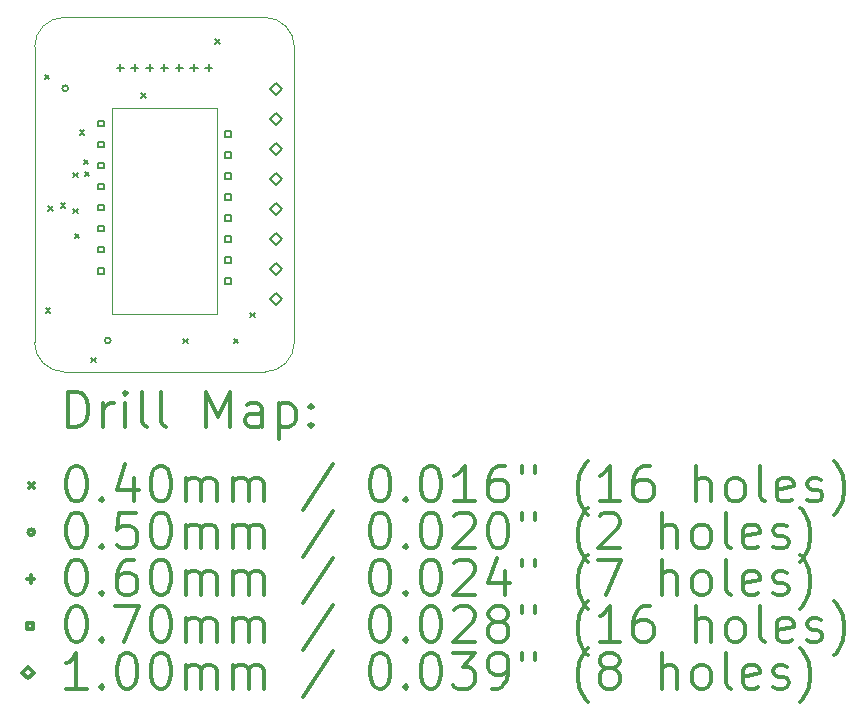
<source format=gbr>
%FSLAX45Y45*%
G04 Gerber Fmt 4.5, Leading zero omitted, Abs format (unit mm)*
G04 Created by KiCad (PCBNEW (5.1.5)-3) date 2021-07-20 23:36:56*
%MOMM*%
%LPD*%
G04 APERTURE LIST*
%TA.AperFunction,Profile*%
%ADD10C,0.050000*%
%TD*%
%ADD11C,0.200000*%
%ADD12C,0.300000*%
G04 APERTURE END LIST*
D10*
X1545000Y-2515000D02*
X1545000Y-765000D01*
X655000Y-765000D02*
X655000Y-2515000D01*
X250000Y0D02*
X1950000Y0D01*
X0Y-2750000D02*
X0Y-250000D01*
X250000Y-3000000D02*
X1950000Y-3000000D01*
X2200000Y-250000D02*
X2200000Y-2750000D01*
X2200000Y-2750000D02*
G75*
G02X1950000Y-3000000I-250000J0D01*
G01*
X250000Y-3000000D02*
G75*
G02X0Y-2750000I0J250000D01*
G01*
X0Y-250000D02*
G75*
G02X250000Y0I250000J0D01*
G01*
X1950000Y0D02*
G75*
G02X2200000Y-250000I0J-250000D01*
G01*
X655000Y-2515000D02*
X1545000Y-2515000D01*
X1545000Y-765000D02*
X655000Y-765000D01*
D11*
X85000Y-485000D02*
X125000Y-525000D01*
X125000Y-485000D02*
X85000Y-525000D01*
X95000Y-2460000D02*
X135000Y-2500000D01*
X135000Y-2460000D02*
X95000Y-2500000D01*
X115000Y-1600000D02*
X155000Y-1640000D01*
X155000Y-1600000D02*
X115000Y-1640000D01*
X220000Y-1570000D02*
X260000Y-1610000D01*
X260000Y-1570000D02*
X220000Y-1610000D01*
X325000Y-1315000D02*
X365000Y-1355000D01*
X365000Y-1315000D02*
X325000Y-1355000D01*
X325000Y-1620000D02*
X365000Y-1660000D01*
X365000Y-1620000D02*
X325000Y-1660000D01*
X340000Y-1830000D02*
X380000Y-1870000D01*
X380000Y-1830000D02*
X340000Y-1870000D01*
X382500Y-952500D02*
X422500Y-992500D01*
X422500Y-952500D02*
X382500Y-992500D01*
X415000Y-1205000D02*
X455000Y-1245000D01*
X455000Y-1205000D02*
X415000Y-1245000D01*
X425000Y-1305000D02*
X465000Y-1345000D01*
X465000Y-1305000D02*
X425000Y-1345000D01*
X480000Y-2880000D02*
X520000Y-2920000D01*
X520000Y-2880000D02*
X480000Y-2920000D01*
X900000Y-640000D02*
X940000Y-680000D01*
X940000Y-640000D02*
X900000Y-680000D01*
X1260000Y-2720000D02*
X1300000Y-2760000D01*
X1300000Y-2720000D02*
X1260000Y-2760000D01*
X1530000Y-185000D02*
X1570000Y-225000D01*
X1570000Y-185000D02*
X1530000Y-225000D01*
X1685000Y-2720000D02*
X1725000Y-2760000D01*
X1725000Y-2720000D02*
X1685000Y-2760000D01*
X1825000Y-2500000D02*
X1865000Y-2540000D01*
X1865000Y-2500000D02*
X1825000Y-2540000D01*
X285000Y-600000D02*
G75*
G03X285000Y-600000I-25000J0D01*
G01*
X645000Y-2735000D02*
G75*
G03X645000Y-2735000I-25000J0D01*
G01*
X725000Y-395000D02*
X725000Y-455000D01*
X695000Y-425000D02*
X755000Y-425000D01*
X850000Y-395000D02*
X850000Y-455000D01*
X820000Y-425000D02*
X880000Y-425000D01*
X975000Y-395000D02*
X975000Y-455000D01*
X945000Y-425000D02*
X1005000Y-425000D01*
X1100000Y-395000D02*
X1100000Y-455000D01*
X1070000Y-425000D02*
X1130000Y-425000D01*
X1225000Y-395000D02*
X1225000Y-455000D01*
X1195000Y-425000D02*
X1255000Y-425000D01*
X1350000Y-395000D02*
X1350000Y-455000D01*
X1320000Y-425000D02*
X1380000Y-425000D01*
X1475000Y-395000D02*
X1475000Y-455000D01*
X1445000Y-425000D02*
X1505000Y-425000D01*
X589749Y-922249D02*
X589749Y-872751D01*
X540251Y-872751D01*
X540251Y-922249D01*
X589749Y-922249D01*
X589749Y-1100249D02*
X589749Y-1050751D01*
X540251Y-1050751D01*
X540251Y-1100249D01*
X589749Y-1100249D01*
X589749Y-1278249D02*
X589749Y-1228751D01*
X540251Y-1228751D01*
X540251Y-1278249D01*
X589749Y-1278249D01*
X589749Y-1456249D02*
X589749Y-1406751D01*
X540251Y-1406751D01*
X540251Y-1456249D01*
X589749Y-1456249D01*
X589749Y-1634249D02*
X589749Y-1584751D01*
X540251Y-1584751D01*
X540251Y-1634249D01*
X589749Y-1634249D01*
X589749Y-1812249D02*
X589749Y-1762751D01*
X540251Y-1762751D01*
X540251Y-1812249D01*
X589749Y-1812249D01*
X589749Y-1990249D02*
X589749Y-1940751D01*
X540251Y-1940751D01*
X540251Y-1990249D01*
X589749Y-1990249D01*
X589749Y-2168249D02*
X589749Y-2118751D01*
X540251Y-2118751D01*
X540251Y-2168249D01*
X589749Y-2168249D01*
X1659749Y-1011249D02*
X1659749Y-961751D01*
X1610251Y-961751D01*
X1610251Y-1011249D01*
X1659749Y-1011249D01*
X1659749Y-1189249D02*
X1659749Y-1139751D01*
X1610251Y-1139751D01*
X1610251Y-1189249D01*
X1659749Y-1189249D01*
X1659749Y-1367249D02*
X1659749Y-1317751D01*
X1610251Y-1317751D01*
X1610251Y-1367249D01*
X1659749Y-1367249D01*
X1659749Y-1545249D02*
X1659749Y-1495751D01*
X1610251Y-1495751D01*
X1610251Y-1545249D01*
X1659749Y-1545249D01*
X1659749Y-1723249D02*
X1659749Y-1673751D01*
X1610251Y-1673751D01*
X1610251Y-1723249D01*
X1659749Y-1723249D01*
X1659749Y-1901249D02*
X1659749Y-1851751D01*
X1610251Y-1851751D01*
X1610251Y-1901249D01*
X1659749Y-1901249D01*
X1659749Y-2079249D02*
X1659749Y-2029751D01*
X1610251Y-2029751D01*
X1610251Y-2079249D01*
X1659749Y-2079249D01*
X1659749Y-2257249D02*
X1659749Y-2207751D01*
X1610251Y-2207751D01*
X1610251Y-2257249D01*
X1659749Y-2257249D01*
X2045000Y-657000D02*
X2095000Y-607000D01*
X2045000Y-557000D01*
X1995000Y-607000D01*
X2045000Y-657000D01*
X2045000Y-911000D02*
X2095000Y-861000D01*
X2045000Y-811000D01*
X1995000Y-861000D01*
X2045000Y-911000D01*
X2045000Y-1165000D02*
X2095000Y-1115000D01*
X2045000Y-1065000D01*
X1995000Y-1115000D01*
X2045000Y-1165000D01*
X2045000Y-1419000D02*
X2095000Y-1369000D01*
X2045000Y-1319000D01*
X1995000Y-1369000D01*
X2045000Y-1419000D01*
X2045000Y-1673000D02*
X2095000Y-1623000D01*
X2045000Y-1573000D01*
X1995000Y-1623000D01*
X2045000Y-1673000D01*
X2045000Y-1927000D02*
X2095000Y-1877000D01*
X2045000Y-1827000D01*
X1995000Y-1877000D01*
X2045000Y-1927000D01*
X2045000Y-2181000D02*
X2095000Y-2131000D01*
X2045000Y-2081000D01*
X1995000Y-2131000D01*
X2045000Y-2181000D01*
X2045000Y-2435000D02*
X2095000Y-2385000D01*
X2045000Y-2335000D01*
X1995000Y-2385000D01*
X2045000Y-2435000D01*
D12*
X283928Y-3468214D02*
X283928Y-3168214D01*
X355357Y-3168214D01*
X398214Y-3182500D01*
X426786Y-3211071D01*
X441071Y-3239643D01*
X455357Y-3296786D01*
X455357Y-3339643D01*
X441071Y-3396786D01*
X426786Y-3425357D01*
X398214Y-3453929D01*
X355357Y-3468214D01*
X283928Y-3468214D01*
X583928Y-3468214D02*
X583928Y-3268214D01*
X583928Y-3325357D02*
X598214Y-3296786D01*
X612500Y-3282500D01*
X641071Y-3268214D01*
X669643Y-3268214D01*
X769643Y-3468214D02*
X769643Y-3268214D01*
X769643Y-3168214D02*
X755357Y-3182500D01*
X769643Y-3196786D01*
X783928Y-3182500D01*
X769643Y-3168214D01*
X769643Y-3196786D01*
X955357Y-3468214D02*
X926786Y-3453929D01*
X912500Y-3425357D01*
X912500Y-3168214D01*
X1112500Y-3468214D02*
X1083928Y-3453929D01*
X1069643Y-3425357D01*
X1069643Y-3168214D01*
X1455357Y-3468214D02*
X1455357Y-3168214D01*
X1555357Y-3382500D01*
X1655357Y-3168214D01*
X1655357Y-3468214D01*
X1926786Y-3468214D02*
X1926786Y-3311071D01*
X1912500Y-3282500D01*
X1883928Y-3268214D01*
X1826786Y-3268214D01*
X1798214Y-3282500D01*
X1926786Y-3453929D02*
X1898214Y-3468214D01*
X1826786Y-3468214D01*
X1798214Y-3453929D01*
X1783928Y-3425357D01*
X1783928Y-3396786D01*
X1798214Y-3368214D01*
X1826786Y-3353929D01*
X1898214Y-3353929D01*
X1926786Y-3339643D01*
X2069643Y-3268214D02*
X2069643Y-3568214D01*
X2069643Y-3282500D02*
X2098214Y-3268214D01*
X2155357Y-3268214D01*
X2183928Y-3282500D01*
X2198214Y-3296786D01*
X2212500Y-3325357D01*
X2212500Y-3411071D01*
X2198214Y-3439643D01*
X2183928Y-3453929D01*
X2155357Y-3468214D01*
X2098214Y-3468214D01*
X2069643Y-3453929D01*
X2341071Y-3439643D02*
X2355357Y-3453929D01*
X2341071Y-3468214D01*
X2326786Y-3453929D01*
X2341071Y-3439643D01*
X2341071Y-3468214D01*
X2341071Y-3282500D02*
X2355357Y-3296786D01*
X2341071Y-3311071D01*
X2326786Y-3296786D01*
X2341071Y-3282500D01*
X2341071Y-3311071D01*
X-42500Y-3942500D02*
X-2500Y-3982500D01*
X-2500Y-3942500D02*
X-42500Y-3982500D01*
X341071Y-3798214D02*
X369643Y-3798214D01*
X398214Y-3812500D01*
X412500Y-3826786D01*
X426786Y-3855357D01*
X441071Y-3912500D01*
X441071Y-3983929D01*
X426786Y-4041071D01*
X412500Y-4069643D01*
X398214Y-4083929D01*
X369643Y-4098214D01*
X341071Y-4098214D01*
X312500Y-4083929D01*
X298214Y-4069643D01*
X283928Y-4041071D01*
X269643Y-3983929D01*
X269643Y-3912500D01*
X283928Y-3855357D01*
X298214Y-3826786D01*
X312500Y-3812500D01*
X341071Y-3798214D01*
X569643Y-4069643D02*
X583928Y-4083929D01*
X569643Y-4098214D01*
X555357Y-4083929D01*
X569643Y-4069643D01*
X569643Y-4098214D01*
X841071Y-3898214D02*
X841071Y-4098214D01*
X769643Y-3783929D02*
X698214Y-3998214D01*
X883928Y-3998214D01*
X1055357Y-3798214D02*
X1083928Y-3798214D01*
X1112500Y-3812500D01*
X1126786Y-3826786D01*
X1141071Y-3855357D01*
X1155357Y-3912500D01*
X1155357Y-3983929D01*
X1141071Y-4041071D01*
X1126786Y-4069643D01*
X1112500Y-4083929D01*
X1083928Y-4098214D01*
X1055357Y-4098214D01*
X1026786Y-4083929D01*
X1012500Y-4069643D01*
X998214Y-4041071D01*
X983928Y-3983929D01*
X983928Y-3912500D01*
X998214Y-3855357D01*
X1012500Y-3826786D01*
X1026786Y-3812500D01*
X1055357Y-3798214D01*
X1283928Y-4098214D02*
X1283928Y-3898214D01*
X1283928Y-3926786D02*
X1298214Y-3912500D01*
X1326786Y-3898214D01*
X1369643Y-3898214D01*
X1398214Y-3912500D01*
X1412500Y-3941071D01*
X1412500Y-4098214D01*
X1412500Y-3941071D02*
X1426786Y-3912500D01*
X1455357Y-3898214D01*
X1498214Y-3898214D01*
X1526786Y-3912500D01*
X1541071Y-3941071D01*
X1541071Y-4098214D01*
X1683928Y-4098214D02*
X1683928Y-3898214D01*
X1683928Y-3926786D02*
X1698214Y-3912500D01*
X1726786Y-3898214D01*
X1769643Y-3898214D01*
X1798214Y-3912500D01*
X1812500Y-3941071D01*
X1812500Y-4098214D01*
X1812500Y-3941071D02*
X1826786Y-3912500D01*
X1855357Y-3898214D01*
X1898214Y-3898214D01*
X1926786Y-3912500D01*
X1941071Y-3941071D01*
X1941071Y-4098214D01*
X2526786Y-3783929D02*
X2269643Y-4169643D01*
X2912500Y-3798214D02*
X2941071Y-3798214D01*
X2969643Y-3812500D01*
X2983928Y-3826786D01*
X2998214Y-3855357D01*
X3012500Y-3912500D01*
X3012500Y-3983929D01*
X2998214Y-4041071D01*
X2983928Y-4069643D01*
X2969643Y-4083929D01*
X2941071Y-4098214D01*
X2912500Y-4098214D01*
X2883928Y-4083929D01*
X2869643Y-4069643D01*
X2855357Y-4041071D01*
X2841071Y-3983929D01*
X2841071Y-3912500D01*
X2855357Y-3855357D01*
X2869643Y-3826786D01*
X2883928Y-3812500D01*
X2912500Y-3798214D01*
X3141071Y-4069643D02*
X3155357Y-4083929D01*
X3141071Y-4098214D01*
X3126786Y-4083929D01*
X3141071Y-4069643D01*
X3141071Y-4098214D01*
X3341071Y-3798214D02*
X3369643Y-3798214D01*
X3398214Y-3812500D01*
X3412500Y-3826786D01*
X3426786Y-3855357D01*
X3441071Y-3912500D01*
X3441071Y-3983929D01*
X3426786Y-4041071D01*
X3412500Y-4069643D01*
X3398214Y-4083929D01*
X3369643Y-4098214D01*
X3341071Y-4098214D01*
X3312500Y-4083929D01*
X3298214Y-4069643D01*
X3283928Y-4041071D01*
X3269643Y-3983929D01*
X3269643Y-3912500D01*
X3283928Y-3855357D01*
X3298214Y-3826786D01*
X3312500Y-3812500D01*
X3341071Y-3798214D01*
X3726786Y-4098214D02*
X3555357Y-4098214D01*
X3641071Y-4098214D02*
X3641071Y-3798214D01*
X3612500Y-3841071D01*
X3583928Y-3869643D01*
X3555357Y-3883929D01*
X3983928Y-3798214D02*
X3926786Y-3798214D01*
X3898214Y-3812500D01*
X3883928Y-3826786D01*
X3855357Y-3869643D01*
X3841071Y-3926786D01*
X3841071Y-4041071D01*
X3855357Y-4069643D01*
X3869643Y-4083929D01*
X3898214Y-4098214D01*
X3955357Y-4098214D01*
X3983928Y-4083929D01*
X3998214Y-4069643D01*
X4012500Y-4041071D01*
X4012500Y-3969643D01*
X3998214Y-3941071D01*
X3983928Y-3926786D01*
X3955357Y-3912500D01*
X3898214Y-3912500D01*
X3869643Y-3926786D01*
X3855357Y-3941071D01*
X3841071Y-3969643D01*
X4126786Y-3798214D02*
X4126786Y-3855357D01*
X4241071Y-3798214D02*
X4241071Y-3855357D01*
X4683928Y-4212500D02*
X4669643Y-4198214D01*
X4641071Y-4155357D01*
X4626786Y-4126786D01*
X4612500Y-4083929D01*
X4598214Y-4012500D01*
X4598214Y-3955357D01*
X4612500Y-3883929D01*
X4626786Y-3841071D01*
X4641071Y-3812500D01*
X4669643Y-3769643D01*
X4683928Y-3755357D01*
X4955357Y-4098214D02*
X4783928Y-4098214D01*
X4869643Y-4098214D02*
X4869643Y-3798214D01*
X4841071Y-3841071D01*
X4812500Y-3869643D01*
X4783928Y-3883929D01*
X5212500Y-3798214D02*
X5155357Y-3798214D01*
X5126786Y-3812500D01*
X5112500Y-3826786D01*
X5083928Y-3869643D01*
X5069643Y-3926786D01*
X5069643Y-4041071D01*
X5083928Y-4069643D01*
X5098214Y-4083929D01*
X5126786Y-4098214D01*
X5183928Y-4098214D01*
X5212500Y-4083929D01*
X5226786Y-4069643D01*
X5241071Y-4041071D01*
X5241071Y-3969643D01*
X5226786Y-3941071D01*
X5212500Y-3926786D01*
X5183928Y-3912500D01*
X5126786Y-3912500D01*
X5098214Y-3926786D01*
X5083928Y-3941071D01*
X5069643Y-3969643D01*
X5598214Y-4098214D02*
X5598214Y-3798214D01*
X5726786Y-4098214D02*
X5726786Y-3941071D01*
X5712500Y-3912500D01*
X5683928Y-3898214D01*
X5641071Y-3898214D01*
X5612500Y-3912500D01*
X5598214Y-3926786D01*
X5912500Y-4098214D02*
X5883928Y-4083929D01*
X5869643Y-4069643D01*
X5855357Y-4041071D01*
X5855357Y-3955357D01*
X5869643Y-3926786D01*
X5883928Y-3912500D01*
X5912500Y-3898214D01*
X5955357Y-3898214D01*
X5983928Y-3912500D01*
X5998214Y-3926786D01*
X6012500Y-3955357D01*
X6012500Y-4041071D01*
X5998214Y-4069643D01*
X5983928Y-4083929D01*
X5955357Y-4098214D01*
X5912500Y-4098214D01*
X6183928Y-4098214D02*
X6155357Y-4083929D01*
X6141071Y-4055357D01*
X6141071Y-3798214D01*
X6412500Y-4083929D02*
X6383928Y-4098214D01*
X6326786Y-4098214D01*
X6298214Y-4083929D01*
X6283928Y-4055357D01*
X6283928Y-3941071D01*
X6298214Y-3912500D01*
X6326786Y-3898214D01*
X6383928Y-3898214D01*
X6412500Y-3912500D01*
X6426786Y-3941071D01*
X6426786Y-3969643D01*
X6283928Y-3998214D01*
X6541071Y-4083929D02*
X6569643Y-4098214D01*
X6626786Y-4098214D01*
X6655357Y-4083929D01*
X6669643Y-4055357D01*
X6669643Y-4041071D01*
X6655357Y-4012500D01*
X6626786Y-3998214D01*
X6583928Y-3998214D01*
X6555357Y-3983929D01*
X6541071Y-3955357D01*
X6541071Y-3941071D01*
X6555357Y-3912500D01*
X6583928Y-3898214D01*
X6626786Y-3898214D01*
X6655357Y-3912500D01*
X6769643Y-4212500D02*
X6783928Y-4198214D01*
X6812500Y-4155357D01*
X6826786Y-4126786D01*
X6841071Y-4083929D01*
X6855357Y-4012500D01*
X6855357Y-3955357D01*
X6841071Y-3883929D01*
X6826786Y-3841071D01*
X6812500Y-3812500D01*
X6783928Y-3769643D01*
X6769643Y-3755357D01*
X-2500Y-4358500D02*
G75*
G03X-2500Y-4358500I-25000J0D01*
G01*
X341071Y-4194214D02*
X369643Y-4194214D01*
X398214Y-4208500D01*
X412500Y-4222786D01*
X426786Y-4251357D01*
X441071Y-4308500D01*
X441071Y-4379929D01*
X426786Y-4437072D01*
X412500Y-4465643D01*
X398214Y-4479929D01*
X369643Y-4494214D01*
X341071Y-4494214D01*
X312500Y-4479929D01*
X298214Y-4465643D01*
X283928Y-4437072D01*
X269643Y-4379929D01*
X269643Y-4308500D01*
X283928Y-4251357D01*
X298214Y-4222786D01*
X312500Y-4208500D01*
X341071Y-4194214D01*
X569643Y-4465643D02*
X583928Y-4479929D01*
X569643Y-4494214D01*
X555357Y-4479929D01*
X569643Y-4465643D01*
X569643Y-4494214D01*
X855357Y-4194214D02*
X712500Y-4194214D01*
X698214Y-4337072D01*
X712500Y-4322786D01*
X741071Y-4308500D01*
X812500Y-4308500D01*
X841071Y-4322786D01*
X855357Y-4337072D01*
X869643Y-4365643D01*
X869643Y-4437072D01*
X855357Y-4465643D01*
X841071Y-4479929D01*
X812500Y-4494214D01*
X741071Y-4494214D01*
X712500Y-4479929D01*
X698214Y-4465643D01*
X1055357Y-4194214D02*
X1083928Y-4194214D01*
X1112500Y-4208500D01*
X1126786Y-4222786D01*
X1141071Y-4251357D01*
X1155357Y-4308500D01*
X1155357Y-4379929D01*
X1141071Y-4437072D01*
X1126786Y-4465643D01*
X1112500Y-4479929D01*
X1083928Y-4494214D01*
X1055357Y-4494214D01*
X1026786Y-4479929D01*
X1012500Y-4465643D01*
X998214Y-4437072D01*
X983928Y-4379929D01*
X983928Y-4308500D01*
X998214Y-4251357D01*
X1012500Y-4222786D01*
X1026786Y-4208500D01*
X1055357Y-4194214D01*
X1283928Y-4494214D02*
X1283928Y-4294214D01*
X1283928Y-4322786D02*
X1298214Y-4308500D01*
X1326786Y-4294214D01*
X1369643Y-4294214D01*
X1398214Y-4308500D01*
X1412500Y-4337072D01*
X1412500Y-4494214D01*
X1412500Y-4337072D02*
X1426786Y-4308500D01*
X1455357Y-4294214D01*
X1498214Y-4294214D01*
X1526786Y-4308500D01*
X1541071Y-4337072D01*
X1541071Y-4494214D01*
X1683928Y-4494214D02*
X1683928Y-4294214D01*
X1683928Y-4322786D02*
X1698214Y-4308500D01*
X1726786Y-4294214D01*
X1769643Y-4294214D01*
X1798214Y-4308500D01*
X1812500Y-4337072D01*
X1812500Y-4494214D01*
X1812500Y-4337072D02*
X1826786Y-4308500D01*
X1855357Y-4294214D01*
X1898214Y-4294214D01*
X1926786Y-4308500D01*
X1941071Y-4337072D01*
X1941071Y-4494214D01*
X2526786Y-4179929D02*
X2269643Y-4565643D01*
X2912500Y-4194214D02*
X2941071Y-4194214D01*
X2969643Y-4208500D01*
X2983928Y-4222786D01*
X2998214Y-4251357D01*
X3012500Y-4308500D01*
X3012500Y-4379929D01*
X2998214Y-4437072D01*
X2983928Y-4465643D01*
X2969643Y-4479929D01*
X2941071Y-4494214D01*
X2912500Y-4494214D01*
X2883928Y-4479929D01*
X2869643Y-4465643D01*
X2855357Y-4437072D01*
X2841071Y-4379929D01*
X2841071Y-4308500D01*
X2855357Y-4251357D01*
X2869643Y-4222786D01*
X2883928Y-4208500D01*
X2912500Y-4194214D01*
X3141071Y-4465643D02*
X3155357Y-4479929D01*
X3141071Y-4494214D01*
X3126786Y-4479929D01*
X3141071Y-4465643D01*
X3141071Y-4494214D01*
X3341071Y-4194214D02*
X3369643Y-4194214D01*
X3398214Y-4208500D01*
X3412500Y-4222786D01*
X3426786Y-4251357D01*
X3441071Y-4308500D01*
X3441071Y-4379929D01*
X3426786Y-4437072D01*
X3412500Y-4465643D01*
X3398214Y-4479929D01*
X3369643Y-4494214D01*
X3341071Y-4494214D01*
X3312500Y-4479929D01*
X3298214Y-4465643D01*
X3283928Y-4437072D01*
X3269643Y-4379929D01*
X3269643Y-4308500D01*
X3283928Y-4251357D01*
X3298214Y-4222786D01*
X3312500Y-4208500D01*
X3341071Y-4194214D01*
X3555357Y-4222786D02*
X3569643Y-4208500D01*
X3598214Y-4194214D01*
X3669643Y-4194214D01*
X3698214Y-4208500D01*
X3712500Y-4222786D01*
X3726786Y-4251357D01*
X3726786Y-4279929D01*
X3712500Y-4322786D01*
X3541071Y-4494214D01*
X3726786Y-4494214D01*
X3912500Y-4194214D02*
X3941071Y-4194214D01*
X3969643Y-4208500D01*
X3983928Y-4222786D01*
X3998214Y-4251357D01*
X4012500Y-4308500D01*
X4012500Y-4379929D01*
X3998214Y-4437072D01*
X3983928Y-4465643D01*
X3969643Y-4479929D01*
X3941071Y-4494214D01*
X3912500Y-4494214D01*
X3883928Y-4479929D01*
X3869643Y-4465643D01*
X3855357Y-4437072D01*
X3841071Y-4379929D01*
X3841071Y-4308500D01*
X3855357Y-4251357D01*
X3869643Y-4222786D01*
X3883928Y-4208500D01*
X3912500Y-4194214D01*
X4126786Y-4194214D02*
X4126786Y-4251357D01*
X4241071Y-4194214D02*
X4241071Y-4251357D01*
X4683928Y-4608500D02*
X4669643Y-4594214D01*
X4641071Y-4551357D01*
X4626786Y-4522786D01*
X4612500Y-4479929D01*
X4598214Y-4408500D01*
X4598214Y-4351357D01*
X4612500Y-4279929D01*
X4626786Y-4237072D01*
X4641071Y-4208500D01*
X4669643Y-4165643D01*
X4683928Y-4151357D01*
X4783928Y-4222786D02*
X4798214Y-4208500D01*
X4826786Y-4194214D01*
X4898214Y-4194214D01*
X4926786Y-4208500D01*
X4941071Y-4222786D01*
X4955357Y-4251357D01*
X4955357Y-4279929D01*
X4941071Y-4322786D01*
X4769643Y-4494214D01*
X4955357Y-4494214D01*
X5312500Y-4494214D02*
X5312500Y-4194214D01*
X5441071Y-4494214D02*
X5441071Y-4337072D01*
X5426786Y-4308500D01*
X5398214Y-4294214D01*
X5355357Y-4294214D01*
X5326786Y-4308500D01*
X5312500Y-4322786D01*
X5626786Y-4494214D02*
X5598214Y-4479929D01*
X5583928Y-4465643D01*
X5569643Y-4437072D01*
X5569643Y-4351357D01*
X5583928Y-4322786D01*
X5598214Y-4308500D01*
X5626786Y-4294214D01*
X5669643Y-4294214D01*
X5698214Y-4308500D01*
X5712500Y-4322786D01*
X5726786Y-4351357D01*
X5726786Y-4437072D01*
X5712500Y-4465643D01*
X5698214Y-4479929D01*
X5669643Y-4494214D01*
X5626786Y-4494214D01*
X5898214Y-4494214D02*
X5869643Y-4479929D01*
X5855357Y-4451357D01*
X5855357Y-4194214D01*
X6126786Y-4479929D02*
X6098214Y-4494214D01*
X6041071Y-4494214D01*
X6012500Y-4479929D01*
X5998214Y-4451357D01*
X5998214Y-4337072D01*
X6012500Y-4308500D01*
X6041071Y-4294214D01*
X6098214Y-4294214D01*
X6126786Y-4308500D01*
X6141071Y-4337072D01*
X6141071Y-4365643D01*
X5998214Y-4394214D01*
X6255357Y-4479929D02*
X6283928Y-4494214D01*
X6341071Y-4494214D01*
X6369643Y-4479929D01*
X6383928Y-4451357D01*
X6383928Y-4437072D01*
X6369643Y-4408500D01*
X6341071Y-4394214D01*
X6298214Y-4394214D01*
X6269643Y-4379929D01*
X6255357Y-4351357D01*
X6255357Y-4337072D01*
X6269643Y-4308500D01*
X6298214Y-4294214D01*
X6341071Y-4294214D01*
X6369643Y-4308500D01*
X6483928Y-4608500D02*
X6498214Y-4594214D01*
X6526786Y-4551357D01*
X6541071Y-4522786D01*
X6555357Y-4479929D01*
X6569643Y-4408500D01*
X6569643Y-4351357D01*
X6555357Y-4279929D01*
X6541071Y-4237072D01*
X6526786Y-4208500D01*
X6498214Y-4165643D01*
X6483928Y-4151357D01*
X-32500Y-4724500D02*
X-32500Y-4784500D01*
X-62500Y-4754500D02*
X-2500Y-4754500D01*
X341071Y-4590214D02*
X369643Y-4590214D01*
X398214Y-4604500D01*
X412500Y-4618786D01*
X426786Y-4647357D01*
X441071Y-4704500D01*
X441071Y-4775929D01*
X426786Y-4833072D01*
X412500Y-4861643D01*
X398214Y-4875929D01*
X369643Y-4890214D01*
X341071Y-4890214D01*
X312500Y-4875929D01*
X298214Y-4861643D01*
X283928Y-4833072D01*
X269643Y-4775929D01*
X269643Y-4704500D01*
X283928Y-4647357D01*
X298214Y-4618786D01*
X312500Y-4604500D01*
X341071Y-4590214D01*
X569643Y-4861643D02*
X583928Y-4875929D01*
X569643Y-4890214D01*
X555357Y-4875929D01*
X569643Y-4861643D01*
X569643Y-4890214D01*
X841071Y-4590214D02*
X783928Y-4590214D01*
X755357Y-4604500D01*
X741071Y-4618786D01*
X712500Y-4661643D01*
X698214Y-4718786D01*
X698214Y-4833072D01*
X712500Y-4861643D01*
X726786Y-4875929D01*
X755357Y-4890214D01*
X812500Y-4890214D01*
X841071Y-4875929D01*
X855357Y-4861643D01*
X869643Y-4833072D01*
X869643Y-4761643D01*
X855357Y-4733072D01*
X841071Y-4718786D01*
X812500Y-4704500D01*
X755357Y-4704500D01*
X726786Y-4718786D01*
X712500Y-4733072D01*
X698214Y-4761643D01*
X1055357Y-4590214D02*
X1083928Y-4590214D01*
X1112500Y-4604500D01*
X1126786Y-4618786D01*
X1141071Y-4647357D01*
X1155357Y-4704500D01*
X1155357Y-4775929D01*
X1141071Y-4833072D01*
X1126786Y-4861643D01*
X1112500Y-4875929D01*
X1083928Y-4890214D01*
X1055357Y-4890214D01*
X1026786Y-4875929D01*
X1012500Y-4861643D01*
X998214Y-4833072D01*
X983928Y-4775929D01*
X983928Y-4704500D01*
X998214Y-4647357D01*
X1012500Y-4618786D01*
X1026786Y-4604500D01*
X1055357Y-4590214D01*
X1283928Y-4890214D02*
X1283928Y-4690214D01*
X1283928Y-4718786D02*
X1298214Y-4704500D01*
X1326786Y-4690214D01*
X1369643Y-4690214D01*
X1398214Y-4704500D01*
X1412500Y-4733072D01*
X1412500Y-4890214D01*
X1412500Y-4733072D02*
X1426786Y-4704500D01*
X1455357Y-4690214D01*
X1498214Y-4690214D01*
X1526786Y-4704500D01*
X1541071Y-4733072D01*
X1541071Y-4890214D01*
X1683928Y-4890214D02*
X1683928Y-4690214D01*
X1683928Y-4718786D02*
X1698214Y-4704500D01*
X1726786Y-4690214D01*
X1769643Y-4690214D01*
X1798214Y-4704500D01*
X1812500Y-4733072D01*
X1812500Y-4890214D01*
X1812500Y-4733072D02*
X1826786Y-4704500D01*
X1855357Y-4690214D01*
X1898214Y-4690214D01*
X1926786Y-4704500D01*
X1941071Y-4733072D01*
X1941071Y-4890214D01*
X2526786Y-4575929D02*
X2269643Y-4961643D01*
X2912500Y-4590214D02*
X2941071Y-4590214D01*
X2969643Y-4604500D01*
X2983928Y-4618786D01*
X2998214Y-4647357D01*
X3012500Y-4704500D01*
X3012500Y-4775929D01*
X2998214Y-4833072D01*
X2983928Y-4861643D01*
X2969643Y-4875929D01*
X2941071Y-4890214D01*
X2912500Y-4890214D01*
X2883928Y-4875929D01*
X2869643Y-4861643D01*
X2855357Y-4833072D01*
X2841071Y-4775929D01*
X2841071Y-4704500D01*
X2855357Y-4647357D01*
X2869643Y-4618786D01*
X2883928Y-4604500D01*
X2912500Y-4590214D01*
X3141071Y-4861643D02*
X3155357Y-4875929D01*
X3141071Y-4890214D01*
X3126786Y-4875929D01*
X3141071Y-4861643D01*
X3141071Y-4890214D01*
X3341071Y-4590214D02*
X3369643Y-4590214D01*
X3398214Y-4604500D01*
X3412500Y-4618786D01*
X3426786Y-4647357D01*
X3441071Y-4704500D01*
X3441071Y-4775929D01*
X3426786Y-4833072D01*
X3412500Y-4861643D01*
X3398214Y-4875929D01*
X3369643Y-4890214D01*
X3341071Y-4890214D01*
X3312500Y-4875929D01*
X3298214Y-4861643D01*
X3283928Y-4833072D01*
X3269643Y-4775929D01*
X3269643Y-4704500D01*
X3283928Y-4647357D01*
X3298214Y-4618786D01*
X3312500Y-4604500D01*
X3341071Y-4590214D01*
X3555357Y-4618786D02*
X3569643Y-4604500D01*
X3598214Y-4590214D01*
X3669643Y-4590214D01*
X3698214Y-4604500D01*
X3712500Y-4618786D01*
X3726786Y-4647357D01*
X3726786Y-4675929D01*
X3712500Y-4718786D01*
X3541071Y-4890214D01*
X3726786Y-4890214D01*
X3983928Y-4690214D02*
X3983928Y-4890214D01*
X3912500Y-4575929D02*
X3841071Y-4790214D01*
X4026786Y-4790214D01*
X4126786Y-4590214D02*
X4126786Y-4647357D01*
X4241071Y-4590214D02*
X4241071Y-4647357D01*
X4683928Y-5004500D02*
X4669643Y-4990214D01*
X4641071Y-4947357D01*
X4626786Y-4918786D01*
X4612500Y-4875929D01*
X4598214Y-4804500D01*
X4598214Y-4747357D01*
X4612500Y-4675929D01*
X4626786Y-4633072D01*
X4641071Y-4604500D01*
X4669643Y-4561643D01*
X4683928Y-4547357D01*
X4769643Y-4590214D02*
X4969643Y-4590214D01*
X4841071Y-4890214D01*
X5312500Y-4890214D02*
X5312500Y-4590214D01*
X5441071Y-4890214D02*
X5441071Y-4733072D01*
X5426786Y-4704500D01*
X5398214Y-4690214D01*
X5355357Y-4690214D01*
X5326786Y-4704500D01*
X5312500Y-4718786D01*
X5626786Y-4890214D02*
X5598214Y-4875929D01*
X5583928Y-4861643D01*
X5569643Y-4833072D01*
X5569643Y-4747357D01*
X5583928Y-4718786D01*
X5598214Y-4704500D01*
X5626786Y-4690214D01*
X5669643Y-4690214D01*
X5698214Y-4704500D01*
X5712500Y-4718786D01*
X5726786Y-4747357D01*
X5726786Y-4833072D01*
X5712500Y-4861643D01*
X5698214Y-4875929D01*
X5669643Y-4890214D01*
X5626786Y-4890214D01*
X5898214Y-4890214D02*
X5869643Y-4875929D01*
X5855357Y-4847357D01*
X5855357Y-4590214D01*
X6126786Y-4875929D02*
X6098214Y-4890214D01*
X6041071Y-4890214D01*
X6012500Y-4875929D01*
X5998214Y-4847357D01*
X5998214Y-4733072D01*
X6012500Y-4704500D01*
X6041071Y-4690214D01*
X6098214Y-4690214D01*
X6126786Y-4704500D01*
X6141071Y-4733072D01*
X6141071Y-4761643D01*
X5998214Y-4790214D01*
X6255357Y-4875929D02*
X6283928Y-4890214D01*
X6341071Y-4890214D01*
X6369643Y-4875929D01*
X6383928Y-4847357D01*
X6383928Y-4833072D01*
X6369643Y-4804500D01*
X6341071Y-4790214D01*
X6298214Y-4790214D01*
X6269643Y-4775929D01*
X6255357Y-4747357D01*
X6255357Y-4733072D01*
X6269643Y-4704500D01*
X6298214Y-4690214D01*
X6341071Y-4690214D01*
X6369643Y-4704500D01*
X6483928Y-5004500D02*
X6498214Y-4990214D01*
X6526786Y-4947357D01*
X6541071Y-4918786D01*
X6555357Y-4875929D01*
X6569643Y-4804500D01*
X6569643Y-4747357D01*
X6555357Y-4675929D01*
X6541071Y-4633072D01*
X6526786Y-4604500D01*
X6498214Y-4561643D01*
X6483928Y-4547357D01*
X-12751Y-5175249D02*
X-12751Y-5125751D01*
X-62249Y-5125751D01*
X-62249Y-5175249D01*
X-12751Y-5175249D01*
X341071Y-4986214D02*
X369643Y-4986214D01*
X398214Y-5000500D01*
X412500Y-5014786D01*
X426786Y-5043357D01*
X441071Y-5100500D01*
X441071Y-5171929D01*
X426786Y-5229072D01*
X412500Y-5257643D01*
X398214Y-5271929D01*
X369643Y-5286214D01*
X341071Y-5286214D01*
X312500Y-5271929D01*
X298214Y-5257643D01*
X283928Y-5229072D01*
X269643Y-5171929D01*
X269643Y-5100500D01*
X283928Y-5043357D01*
X298214Y-5014786D01*
X312500Y-5000500D01*
X341071Y-4986214D01*
X569643Y-5257643D02*
X583928Y-5271929D01*
X569643Y-5286214D01*
X555357Y-5271929D01*
X569643Y-5257643D01*
X569643Y-5286214D01*
X683928Y-4986214D02*
X883928Y-4986214D01*
X755357Y-5286214D01*
X1055357Y-4986214D02*
X1083928Y-4986214D01*
X1112500Y-5000500D01*
X1126786Y-5014786D01*
X1141071Y-5043357D01*
X1155357Y-5100500D01*
X1155357Y-5171929D01*
X1141071Y-5229072D01*
X1126786Y-5257643D01*
X1112500Y-5271929D01*
X1083928Y-5286214D01*
X1055357Y-5286214D01*
X1026786Y-5271929D01*
X1012500Y-5257643D01*
X998214Y-5229072D01*
X983928Y-5171929D01*
X983928Y-5100500D01*
X998214Y-5043357D01*
X1012500Y-5014786D01*
X1026786Y-5000500D01*
X1055357Y-4986214D01*
X1283928Y-5286214D02*
X1283928Y-5086214D01*
X1283928Y-5114786D02*
X1298214Y-5100500D01*
X1326786Y-5086214D01*
X1369643Y-5086214D01*
X1398214Y-5100500D01*
X1412500Y-5129072D01*
X1412500Y-5286214D01*
X1412500Y-5129072D02*
X1426786Y-5100500D01*
X1455357Y-5086214D01*
X1498214Y-5086214D01*
X1526786Y-5100500D01*
X1541071Y-5129072D01*
X1541071Y-5286214D01*
X1683928Y-5286214D02*
X1683928Y-5086214D01*
X1683928Y-5114786D02*
X1698214Y-5100500D01*
X1726786Y-5086214D01*
X1769643Y-5086214D01*
X1798214Y-5100500D01*
X1812500Y-5129072D01*
X1812500Y-5286214D01*
X1812500Y-5129072D02*
X1826786Y-5100500D01*
X1855357Y-5086214D01*
X1898214Y-5086214D01*
X1926786Y-5100500D01*
X1941071Y-5129072D01*
X1941071Y-5286214D01*
X2526786Y-4971929D02*
X2269643Y-5357643D01*
X2912500Y-4986214D02*
X2941071Y-4986214D01*
X2969643Y-5000500D01*
X2983928Y-5014786D01*
X2998214Y-5043357D01*
X3012500Y-5100500D01*
X3012500Y-5171929D01*
X2998214Y-5229072D01*
X2983928Y-5257643D01*
X2969643Y-5271929D01*
X2941071Y-5286214D01*
X2912500Y-5286214D01*
X2883928Y-5271929D01*
X2869643Y-5257643D01*
X2855357Y-5229072D01*
X2841071Y-5171929D01*
X2841071Y-5100500D01*
X2855357Y-5043357D01*
X2869643Y-5014786D01*
X2883928Y-5000500D01*
X2912500Y-4986214D01*
X3141071Y-5257643D02*
X3155357Y-5271929D01*
X3141071Y-5286214D01*
X3126786Y-5271929D01*
X3141071Y-5257643D01*
X3141071Y-5286214D01*
X3341071Y-4986214D02*
X3369643Y-4986214D01*
X3398214Y-5000500D01*
X3412500Y-5014786D01*
X3426786Y-5043357D01*
X3441071Y-5100500D01*
X3441071Y-5171929D01*
X3426786Y-5229072D01*
X3412500Y-5257643D01*
X3398214Y-5271929D01*
X3369643Y-5286214D01*
X3341071Y-5286214D01*
X3312500Y-5271929D01*
X3298214Y-5257643D01*
X3283928Y-5229072D01*
X3269643Y-5171929D01*
X3269643Y-5100500D01*
X3283928Y-5043357D01*
X3298214Y-5014786D01*
X3312500Y-5000500D01*
X3341071Y-4986214D01*
X3555357Y-5014786D02*
X3569643Y-5000500D01*
X3598214Y-4986214D01*
X3669643Y-4986214D01*
X3698214Y-5000500D01*
X3712500Y-5014786D01*
X3726786Y-5043357D01*
X3726786Y-5071929D01*
X3712500Y-5114786D01*
X3541071Y-5286214D01*
X3726786Y-5286214D01*
X3898214Y-5114786D02*
X3869643Y-5100500D01*
X3855357Y-5086214D01*
X3841071Y-5057643D01*
X3841071Y-5043357D01*
X3855357Y-5014786D01*
X3869643Y-5000500D01*
X3898214Y-4986214D01*
X3955357Y-4986214D01*
X3983928Y-5000500D01*
X3998214Y-5014786D01*
X4012500Y-5043357D01*
X4012500Y-5057643D01*
X3998214Y-5086214D01*
X3983928Y-5100500D01*
X3955357Y-5114786D01*
X3898214Y-5114786D01*
X3869643Y-5129072D01*
X3855357Y-5143357D01*
X3841071Y-5171929D01*
X3841071Y-5229072D01*
X3855357Y-5257643D01*
X3869643Y-5271929D01*
X3898214Y-5286214D01*
X3955357Y-5286214D01*
X3983928Y-5271929D01*
X3998214Y-5257643D01*
X4012500Y-5229072D01*
X4012500Y-5171929D01*
X3998214Y-5143357D01*
X3983928Y-5129072D01*
X3955357Y-5114786D01*
X4126786Y-4986214D02*
X4126786Y-5043357D01*
X4241071Y-4986214D02*
X4241071Y-5043357D01*
X4683928Y-5400500D02*
X4669643Y-5386214D01*
X4641071Y-5343357D01*
X4626786Y-5314786D01*
X4612500Y-5271929D01*
X4598214Y-5200500D01*
X4598214Y-5143357D01*
X4612500Y-5071929D01*
X4626786Y-5029072D01*
X4641071Y-5000500D01*
X4669643Y-4957643D01*
X4683928Y-4943357D01*
X4955357Y-5286214D02*
X4783928Y-5286214D01*
X4869643Y-5286214D02*
X4869643Y-4986214D01*
X4841071Y-5029072D01*
X4812500Y-5057643D01*
X4783928Y-5071929D01*
X5212500Y-4986214D02*
X5155357Y-4986214D01*
X5126786Y-5000500D01*
X5112500Y-5014786D01*
X5083928Y-5057643D01*
X5069643Y-5114786D01*
X5069643Y-5229072D01*
X5083928Y-5257643D01*
X5098214Y-5271929D01*
X5126786Y-5286214D01*
X5183928Y-5286214D01*
X5212500Y-5271929D01*
X5226786Y-5257643D01*
X5241071Y-5229072D01*
X5241071Y-5157643D01*
X5226786Y-5129072D01*
X5212500Y-5114786D01*
X5183928Y-5100500D01*
X5126786Y-5100500D01*
X5098214Y-5114786D01*
X5083928Y-5129072D01*
X5069643Y-5157643D01*
X5598214Y-5286214D02*
X5598214Y-4986214D01*
X5726786Y-5286214D02*
X5726786Y-5129072D01*
X5712500Y-5100500D01*
X5683928Y-5086214D01*
X5641071Y-5086214D01*
X5612500Y-5100500D01*
X5598214Y-5114786D01*
X5912500Y-5286214D02*
X5883928Y-5271929D01*
X5869643Y-5257643D01*
X5855357Y-5229072D01*
X5855357Y-5143357D01*
X5869643Y-5114786D01*
X5883928Y-5100500D01*
X5912500Y-5086214D01*
X5955357Y-5086214D01*
X5983928Y-5100500D01*
X5998214Y-5114786D01*
X6012500Y-5143357D01*
X6012500Y-5229072D01*
X5998214Y-5257643D01*
X5983928Y-5271929D01*
X5955357Y-5286214D01*
X5912500Y-5286214D01*
X6183928Y-5286214D02*
X6155357Y-5271929D01*
X6141071Y-5243357D01*
X6141071Y-4986214D01*
X6412500Y-5271929D02*
X6383928Y-5286214D01*
X6326786Y-5286214D01*
X6298214Y-5271929D01*
X6283928Y-5243357D01*
X6283928Y-5129072D01*
X6298214Y-5100500D01*
X6326786Y-5086214D01*
X6383928Y-5086214D01*
X6412500Y-5100500D01*
X6426786Y-5129072D01*
X6426786Y-5157643D01*
X6283928Y-5186214D01*
X6541071Y-5271929D02*
X6569643Y-5286214D01*
X6626786Y-5286214D01*
X6655357Y-5271929D01*
X6669643Y-5243357D01*
X6669643Y-5229072D01*
X6655357Y-5200500D01*
X6626786Y-5186214D01*
X6583928Y-5186214D01*
X6555357Y-5171929D01*
X6541071Y-5143357D01*
X6541071Y-5129072D01*
X6555357Y-5100500D01*
X6583928Y-5086214D01*
X6626786Y-5086214D01*
X6655357Y-5100500D01*
X6769643Y-5400500D02*
X6783928Y-5386214D01*
X6812500Y-5343357D01*
X6826786Y-5314786D01*
X6841071Y-5271929D01*
X6855357Y-5200500D01*
X6855357Y-5143357D01*
X6841071Y-5071929D01*
X6826786Y-5029072D01*
X6812500Y-5000500D01*
X6783928Y-4957643D01*
X6769643Y-4943357D01*
X-52500Y-5596500D02*
X-2500Y-5546500D01*
X-52500Y-5496500D01*
X-102500Y-5546500D01*
X-52500Y-5596500D01*
X441071Y-5682214D02*
X269643Y-5682214D01*
X355357Y-5682214D02*
X355357Y-5382214D01*
X326786Y-5425072D01*
X298214Y-5453643D01*
X269643Y-5467929D01*
X569643Y-5653643D02*
X583928Y-5667929D01*
X569643Y-5682214D01*
X555357Y-5667929D01*
X569643Y-5653643D01*
X569643Y-5682214D01*
X769643Y-5382214D02*
X798214Y-5382214D01*
X826786Y-5396500D01*
X841071Y-5410786D01*
X855357Y-5439357D01*
X869643Y-5496500D01*
X869643Y-5567929D01*
X855357Y-5625071D01*
X841071Y-5653643D01*
X826786Y-5667929D01*
X798214Y-5682214D01*
X769643Y-5682214D01*
X741071Y-5667929D01*
X726786Y-5653643D01*
X712500Y-5625071D01*
X698214Y-5567929D01*
X698214Y-5496500D01*
X712500Y-5439357D01*
X726786Y-5410786D01*
X741071Y-5396500D01*
X769643Y-5382214D01*
X1055357Y-5382214D02*
X1083928Y-5382214D01*
X1112500Y-5396500D01*
X1126786Y-5410786D01*
X1141071Y-5439357D01*
X1155357Y-5496500D01*
X1155357Y-5567929D01*
X1141071Y-5625071D01*
X1126786Y-5653643D01*
X1112500Y-5667929D01*
X1083928Y-5682214D01*
X1055357Y-5682214D01*
X1026786Y-5667929D01*
X1012500Y-5653643D01*
X998214Y-5625071D01*
X983928Y-5567929D01*
X983928Y-5496500D01*
X998214Y-5439357D01*
X1012500Y-5410786D01*
X1026786Y-5396500D01*
X1055357Y-5382214D01*
X1283928Y-5682214D02*
X1283928Y-5482214D01*
X1283928Y-5510786D02*
X1298214Y-5496500D01*
X1326786Y-5482214D01*
X1369643Y-5482214D01*
X1398214Y-5496500D01*
X1412500Y-5525072D01*
X1412500Y-5682214D01*
X1412500Y-5525072D02*
X1426786Y-5496500D01*
X1455357Y-5482214D01*
X1498214Y-5482214D01*
X1526786Y-5496500D01*
X1541071Y-5525072D01*
X1541071Y-5682214D01*
X1683928Y-5682214D02*
X1683928Y-5482214D01*
X1683928Y-5510786D02*
X1698214Y-5496500D01*
X1726786Y-5482214D01*
X1769643Y-5482214D01*
X1798214Y-5496500D01*
X1812500Y-5525072D01*
X1812500Y-5682214D01*
X1812500Y-5525072D02*
X1826786Y-5496500D01*
X1855357Y-5482214D01*
X1898214Y-5482214D01*
X1926786Y-5496500D01*
X1941071Y-5525072D01*
X1941071Y-5682214D01*
X2526786Y-5367929D02*
X2269643Y-5753643D01*
X2912500Y-5382214D02*
X2941071Y-5382214D01*
X2969643Y-5396500D01*
X2983928Y-5410786D01*
X2998214Y-5439357D01*
X3012500Y-5496500D01*
X3012500Y-5567929D01*
X2998214Y-5625071D01*
X2983928Y-5653643D01*
X2969643Y-5667929D01*
X2941071Y-5682214D01*
X2912500Y-5682214D01*
X2883928Y-5667929D01*
X2869643Y-5653643D01*
X2855357Y-5625071D01*
X2841071Y-5567929D01*
X2841071Y-5496500D01*
X2855357Y-5439357D01*
X2869643Y-5410786D01*
X2883928Y-5396500D01*
X2912500Y-5382214D01*
X3141071Y-5653643D02*
X3155357Y-5667929D01*
X3141071Y-5682214D01*
X3126786Y-5667929D01*
X3141071Y-5653643D01*
X3141071Y-5682214D01*
X3341071Y-5382214D02*
X3369643Y-5382214D01*
X3398214Y-5396500D01*
X3412500Y-5410786D01*
X3426786Y-5439357D01*
X3441071Y-5496500D01*
X3441071Y-5567929D01*
X3426786Y-5625071D01*
X3412500Y-5653643D01*
X3398214Y-5667929D01*
X3369643Y-5682214D01*
X3341071Y-5682214D01*
X3312500Y-5667929D01*
X3298214Y-5653643D01*
X3283928Y-5625071D01*
X3269643Y-5567929D01*
X3269643Y-5496500D01*
X3283928Y-5439357D01*
X3298214Y-5410786D01*
X3312500Y-5396500D01*
X3341071Y-5382214D01*
X3541071Y-5382214D02*
X3726786Y-5382214D01*
X3626786Y-5496500D01*
X3669643Y-5496500D01*
X3698214Y-5510786D01*
X3712500Y-5525072D01*
X3726786Y-5553643D01*
X3726786Y-5625071D01*
X3712500Y-5653643D01*
X3698214Y-5667929D01*
X3669643Y-5682214D01*
X3583928Y-5682214D01*
X3555357Y-5667929D01*
X3541071Y-5653643D01*
X3869643Y-5682214D02*
X3926786Y-5682214D01*
X3955357Y-5667929D01*
X3969643Y-5653643D01*
X3998214Y-5610786D01*
X4012500Y-5553643D01*
X4012500Y-5439357D01*
X3998214Y-5410786D01*
X3983928Y-5396500D01*
X3955357Y-5382214D01*
X3898214Y-5382214D01*
X3869643Y-5396500D01*
X3855357Y-5410786D01*
X3841071Y-5439357D01*
X3841071Y-5510786D01*
X3855357Y-5539357D01*
X3869643Y-5553643D01*
X3898214Y-5567929D01*
X3955357Y-5567929D01*
X3983928Y-5553643D01*
X3998214Y-5539357D01*
X4012500Y-5510786D01*
X4126786Y-5382214D02*
X4126786Y-5439357D01*
X4241071Y-5382214D02*
X4241071Y-5439357D01*
X4683928Y-5796500D02*
X4669643Y-5782214D01*
X4641071Y-5739357D01*
X4626786Y-5710786D01*
X4612500Y-5667929D01*
X4598214Y-5596500D01*
X4598214Y-5539357D01*
X4612500Y-5467929D01*
X4626786Y-5425072D01*
X4641071Y-5396500D01*
X4669643Y-5353643D01*
X4683928Y-5339357D01*
X4841071Y-5510786D02*
X4812500Y-5496500D01*
X4798214Y-5482214D01*
X4783928Y-5453643D01*
X4783928Y-5439357D01*
X4798214Y-5410786D01*
X4812500Y-5396500D01*
X4841071Y-5382214D01*
X4898214Y-5382214D01*
X4926786Y-5396500D01*
X4941071Y-5410786D01*
X4955357Y-5439357D01*
X4955357Y-5453643D01*
X4941071Y-5482214D01*
X4926786Y-5496500D01*
X4898214Y-5510786D01*
X4841071Y-5510786D01*
X4812500Y-5525072D01*
X4798214Y-5539357D01*
X4783928Y-5567929D01*
X4783928Y-5625071D01*
X4798214Y-5653643D01*
X4812500Y-5667929D01*
X4841071Y-5682214D01*
X4898214Y-5682214D01*
X4926786Y-5667929D01*
X4941071Y-5653643D01*
X4955357Y-5625071D01*
X4955357Y-5567929D01*
X4941071Y-5539357D01*
X4926786Y-5525072D01*
X4898214Y-5510786D01*
X5312500Y-5682214D02*
X5312500Y-5382214D01*
X5441071Y-5682214D02*
X5441071Y-5525072D01*
X5426786Y-5496500D01*
X5398214Y-5482214D01*
X5355357Y-5482214D01*
X5326786Y-5496500D01*
X5312500Y-5510786D01*
X5626786Y-5682214D02*
X5598214Y-5667929D01*
X5583928Y-5653643D01*
X5569643Y-5625071D01*
X5569643Y-5539357D01*
X5583928Y-5510786D01*
X5598214Y-5496500D01*
X5626786Y-5482214D01*
X5669643Y-5482214D01*
X5698214Y-5496500D01*
X5712500Y-5510786D01*
X5726786Y-5539357D01*
X5726786Y-5625071D01*
X5712500Y-5653643D01*
X5698214Y-5667929D01*
X5669643Y-5682214D01*
X5626786Y-5682214D01*
X5898214Y-5682214D02*
X5869643Y-5667929D01*
X5855357Y-5639357D01*
X5855357Y-5382214D01*
X6126786Y-5667929D02*
X6098214Y-5682214D01*
X6041071Y-5682214D01*
X6012500Y-5667929D01*
X5998214Y-5639357D01*
X5998214Y-5525072D01*
X6012500Y-5496500D01*
X6041071Y-5482214D01*
X6098214Y-5482214D01*
X6126786Y-5496500D01*
X6141071Y-5525072D01*
X6141071Y-5553643D01*
X5998214Y-5582214D01*
X6255357Y-5667929D02*
X6283928Y-5682214D01*
X6341071Y-5682214D01*
X6369643Y-5667929D01*
X6383928Y-5639357D01*
X6383928Y-5625071D01*
X6369643Y-5596500D01*
X6341071Y-5582214D01*
X6298214Y-5582214D01*
X6269643Y-5567929D01*
X6255357Y-5539357D01*
X6255357Y-5525072D01*
X6269643Y-5496500D01*
X6298214Y-5482214D01*
X6341071Y-5482214D01*
X6369643Y-5496500D01*
X6483928Y-5796500D02*
X6498214Y-5782214D01*
X6526786Y-5739357D01*
X6541071Y-5710786D01*
X6555357Y-5667929D01*
X6569643Y-5596500D01*
X6569643Y-5539357D01*
X6555357Y-5467929D01*
X6541071Y-5425072D01*
X6526786Y-5396500D01*
X6498214Y-5353643D01*
X6483928Y-5339357D01*
M02*

</source>
